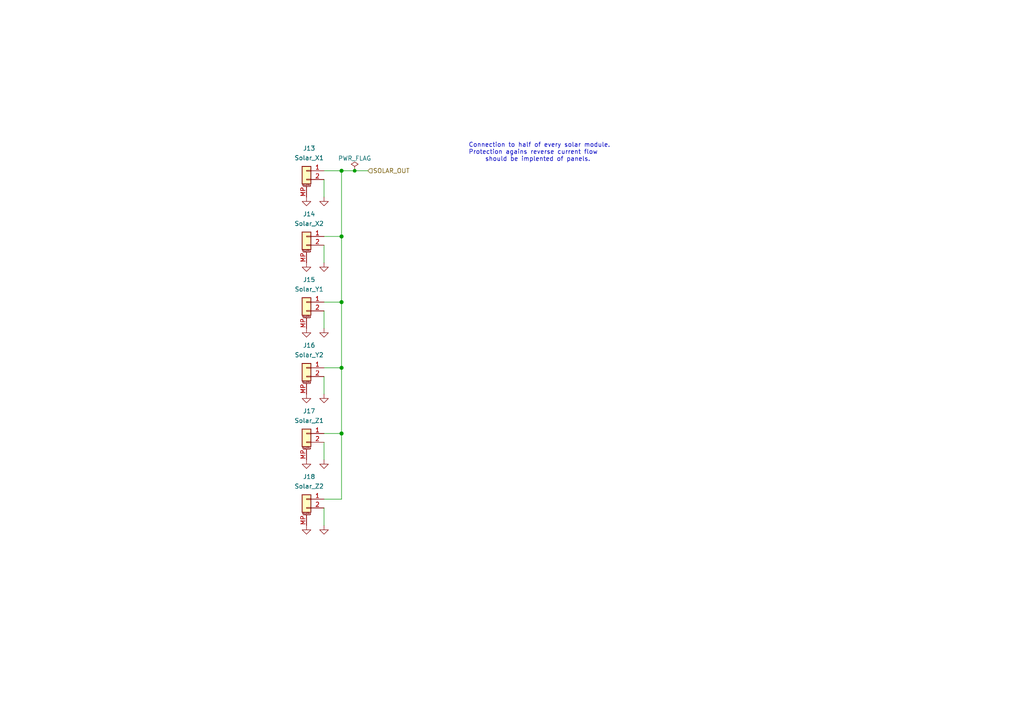
<source format=kicad_sch>
(kicad_sch (version 20210621) (generator eeschema)
  (paper "A4")
  (title_block (title "BUTCube - EPS") (date "2021-06-01") (rev "v1.0") (company "VUT - FIT(STRaDe) & FME(IAE & IPE)") (comment 1 "Author: Petr Malaník"))
  (lib_symbols
    (symbol "Connector_Generic_MountingPin:Conn_01x02_MountingPin" (pin_names (offset 1.016) hide)
      (property "Reference" "J" (at 0 2.54 0))
      (property "Value" "Conn_01x02_MountingPin" (at 1.27 -5.08 0))
      (symbol "Conn_01x02_MountingPin_1_1"
        (text "Mounting" (at 0 -4.191 0) (effects (font (size 0.381 0.381))))
        (rectangle (start -1.27 -2.413) (end 0 -2.667) (stroke (width 0.1524)))
        (rectangle (start -1.27 0.127) (end 0 -0.127) (stroke (width 0.1524)))
        (rectangle (start -1.27 1.27) (end 1.27 -3.81) (stroke (width 0.254)) (fill (type background)))
        (polyline (pts (xy -1.016 -4.572) (xy 1.016 -4.572)) (stroke (width 0.1524)))
        (pin passive line (at -5.08 0 0) (length 3.81) (name "Pin_1") (number "1"))
        (pin passive line (at -5.08 -2.54 0) (length 3.81) (name "Pin_2") (number "2"))
        (pin passive line (at 0 -7.62 90) (length 3.048) (name "MountPin") (number "MP"))
      )
    )
    (symbol "power:GND" (power) (pin_names (offset 0))
      (property "Value" "GND" (at 0 -3.81 0))
      (symbol "GND_0_1"
        (polyline (pts (xy 0 0) (xy 0 -1.27) (xy 1.27 -1.27) (xy 0 -2.54) (xy -1.27 -1.27) (xy 0 -1.27)))
      )
      (symbol "GND_1_1"
        (pin power_in line (at 0 0 270) (length 0) hide (name "GND") (number "1"))
      )
    )
    (symbol "power:PWR_FLAG" (power) (pin_numbers hide) (pin_names (offset 0) hide)
      (property "Value" "PWR_FLAG" (at 0 3.81 0))
      (symbol "PWR_FLAG_0_0"
        (pin power_out line (at 0 0 90) (length 0) (name "pwr") (number "1"))
      )
      (symbol "PWR_FLAG_0_1"
        (polyline (pts (xy 0 0) (xy 0 1.27) (xy -1.016 1.905) (xy 0 2.54) (xy 1.016 1.905) (xy 0 1.27)))
      )
    )
  )
  (junction (at 99.06 49.53) (diameter 1.016))
  (junction (at 99.06 68.58) (diameter 1.016))
  (junction (at 99.06 87.63) (diameter 1.016))
  (junction (at 99.06 106.68) (diameter 1.016))
  (junction (at 99.06 125.73) (diameter 1.016))
  (junction (at 102.87 49.53) (diameter 0.9144))
  (wire (pts (xy 93.98 49.53) (xy 99.06 49.53)))
  (wire (pts (xy 93.98 52.07) (xy 93.98 57.15)))
  (wire (pts (xy 93.98 68.58) (xy 99.06 68.58)))
  (wire (pts (xy 93.98 71.12) (xy 93.98 76.2)))
  (wire (pts (xy 93.98 87.63) (xy 99.06 87.63)))
  (wire (pts (xy 93.98 90.17) (xy 93.98 95.25)))
  (wire (pts (xy 93.98 106.68) (xy 99.06 106.68)))
  (wire (pts (xy 93.98 109.22) (xy 93.98 114.3)))
  (wire (pts (xy 93.98 125.73) (xy 99.06 125.73)))
  (wire (pts (xy 93.98 128.27) (xy 93.98 133.35)))
  (wire (pts (xy 93.98 147.32) (xy 93.98 152.4)))
  (wire (pts (xy 99.06 49.53) (xy 99.06 68.58)))
  (wire (pts (xy 99.06 49.53) (xy 102.87 49.53)))
  (wire (pts (xy 99.06 68.58) (xy 99.06 87.63)))
  (wire (pts (xy 99.06 87.63) (xy 99.06 106.68)))
  (wire (pts (xy 99.06 106.68) (xy 99.06 125.73)))
  (wire (pts (xy 99.06 125.73) (xy 99.06 144.78)))
  (wire (pts (xy 99.06 144.78) (xy 93.98 144.78)))
  (wire (pts (xy 102.87 49.53) (xy 106.68 49.53)))
  (text "Connection to half of every solar module.\nProtection agains reverse current flow\n	should be implented of panels." (at 135.89 46.99 0) (effects (font (size 1.27 1.27)) (justify left bottom)))
  (hierarchical_label "SOLAR_OUT" (shape input) (at 106.68 49.53 0))
  (symbol (lib_id "power:PWR_FLAG") (at 102.87 49.53 0)
    (property "Reference" "#FLG010" (effects hide))
    (property "Value" "PWR_FLAG" (at 102.87 45.9254 0))
  )
  (symbol (lib_id "power:GND") (at 88.9 57.15 0)
    (property "Reference" "#PWR0104" (effects hide))
    (property "Value" "GND" (effects hide))
  )
  (symbol (lib_id "power:GND") (at 88.9 76.2 0)
    (property "Reference" "#PWR0105" (effects hide))
    (property "Value" "GND" (effects hide))
  )
  (symbol (lib_id "power:GND") (at 88.9 95.25 0)
    (property "Reference" "#PWR0106" (effects hide))
    (property "Value" "GND" (effects hide))
  )
  (symbol (lib_id "power:GND") (at 88.9 114.3 0)
    (property "Reference" "#PWR0107" (effects hide))
    (property "Value" "GND" (effects hide))
  )
  (symbol (lib_id "power:GND") (at 88.9 133.35 0)
    (property "Reference" "#PWR0108" (effects hide))
    (property "Value" "GND" (effects hide))
  )
  (symbol (lib_id "power:GND") (at 88.9 152.4 0)
    (property "Reference" "#PWR0109" (effects hide))
    (property "Value" "GND" (effects hide))
  )
  (symbol (lib_id "power:GND") (at 93.98 57.15 0)
    (property "Reference" "#PWR0110" (effects hide))
    (property "Value" "GND" (effects hide))
  )
  (symbol (lib_id "power:GND") (at 93.98 76.2 0)
    (property "Reference" "#PWR0111" (effects hide))
    (property "Value" "GND" (effects hide))
  )
  (symbol (lib_id "power:GND") (at 93.98 95.25 0)
    (property "Reference" "#PWR0112" (effects hide))
    (property "Value" "GND" (effects hide))
  )
  (symbol (lib_id "power:GND") (at 93.98 114.3 0)
    (property "Reference" "#PWR0113" (effects hide))
    (property "Value" "GND" (effects hide))
  )
  (symbol (lib_id "power:GND") (at 93.98 133.35 0)
    (property "Reference" "#PWR0114" (effects hide))
    (property "Value" "GND" (effects hide))
  )
  (symbol (lib_id "power:GND") (at 93.98 152.4 0)
    (property "Reference" "#PWR0115" (effects hide))
    (property "Value" "GND" (effects hide))
  )
  (symbol (lib_id "Connector_Generic_MountingPin:Conn_01x02_MountingPin") (at 88.9 49.53 0) (mirror y)
    (property "Reference" "J13" (at 89.662 43.0234 0))
    (property "Value" "Solar_X1" (at 89.662 45.7985 0))
    (property "Footprint" "TCY_connectors:Amphenol_10114830-11102LF_1x02_P1.25mm_Horizontal" (effects hide))
  )
  (symbol (lib_id "Connector_Generic_MountingPin:Conn_01x02_MountingPin") (at 88.9 68.58 0) (mirror y)
    (property "Reference" "J14" (at 89.662 62.0734 0))
    (property "Value" "Solar_X2" (at 89.662 64.8485 0))
    (property "Footprint" "TCY_connectors:Amphenol_10114830-11102LF_1x02_P1.25mm_Horizontal" (effects hide))
  )
  (symbol (lib_id "Connector_Generic_MountingPin:Conn_01x02_MountingPin") (at 88.9 87.63 0) (mirror y)
    (property "Reference" "J15" (at 89.662 81.1234 0))
    (property "Value" "Solar_Y1" (at 89.662 83.8985 0))
    (property "Footprint" "TCY_connectors:Amphenol_10114830-11102LF_1x02_P1.25mm_Horizontal" (effects hide))
  )
  (symbol (lib_id "Connector_Generic_MountingPin:Conn_01x02_MountingPin") (at 88.9 106.68 0) (mirror y)
    (property "Reference" "J16" (at 89.662 100.1734 0))
    (property "Value" "Solar_Y2" (at 89.662 102.9485 0))
    (property "Footprint" "TCY_connectors:Amphenol_10114830-11102LF_1x02_P1.25mm_Horizontal" (effects hide))
  )
  (symbol (lib_id "Connector_Generic_MountingPin:Conn_01x02_MountingPin") (at 88.9 125.73 0) (mirror y)
    (property "Reference" "J17" (at 89.662 119.2234 0))
    (property "Value" "Solar_Z1" (at 89.662 121.9985 0))
    (property "Footprint" "TCY_connectors:Amphenol_10114830-11102LF_1x02_P1.25mm_Horizontal" (effects hide))
  )
  (symbol (lib_id "Connector_Generic_MountingPin:Conn_01x02_MountingPin") (at 88.9 144.78 0) (mirror y)
    (property "Reference" "J18" (at 89.662 138.2734 0))
    (property "Value" "Solar_Z2" (at 89.662 141.0485 0))
    (property "Footprint" "TCY_connectors:Amphenol_10114830-11102LF_1x02_P1.25mm_Horizontal" (effects hide))
  )
)
</source>
